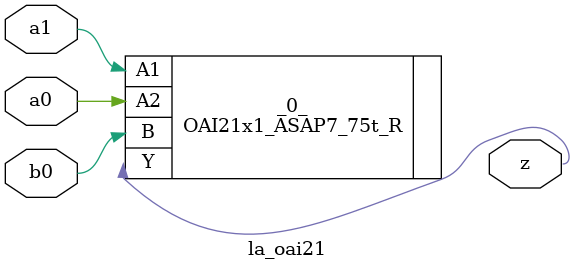
<source format=v>

/* Generated by Yosys 0.40 (git sha1 a1bb0255d, g++ 11.4.0-1ubuntu1~22.04 -fPIC -Os) */

module la_oai21(a0, a1, b0, z);
  input a0;
  wire a0;
  input a1;
  wire a1;
  input b0;
  wire b0;
  output z;
  wire z;
  OAI21x1_ASAP7_75t_R _0_ (
    .A1(a1),
    .A2(a0),
    .B(b0),
    .Y(z)
  );
endmodule

</source>
